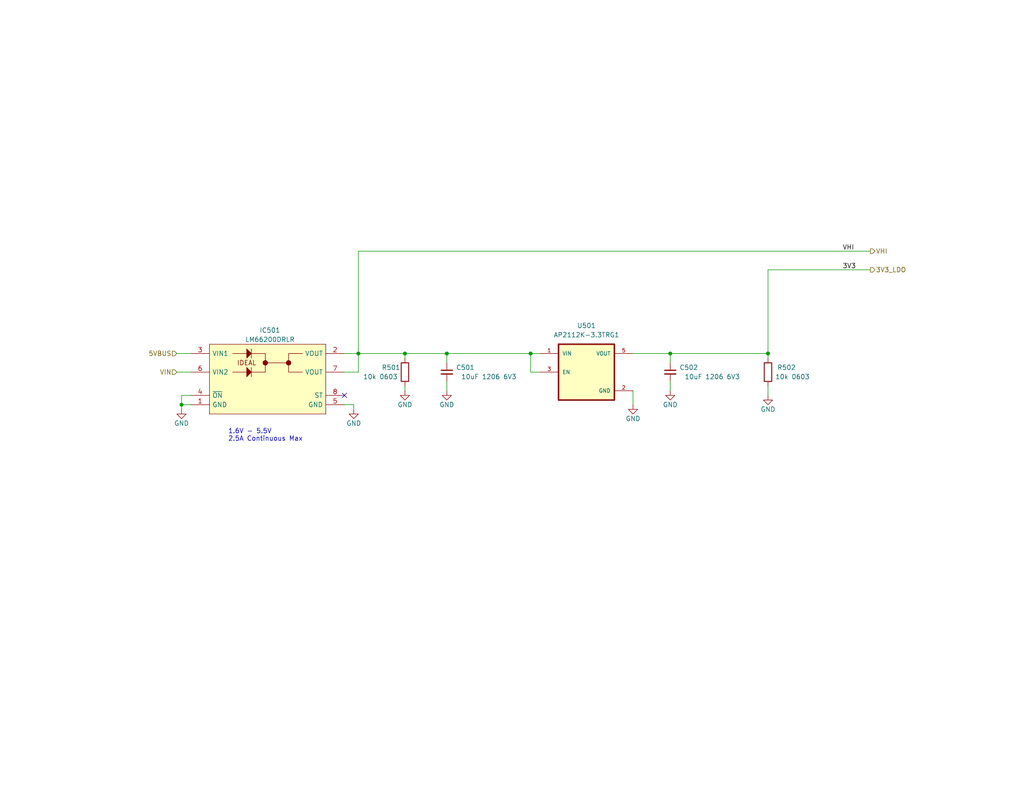
<source format=kicad_sch>
(kicad_sch (version 20230121) (generator eeschema)
  (paper "USLetter")
  (title_block (title "Raspberry Breadstick") (date "2024-02-10") (rev "1.0") (company "J & R Creative Technologies Inc.") (comment 1 "@RangenMichael") (comment 2 "https://twitter.com/RangenMichael") (comment 3 "Apache-2.0 License") (comment 4 "https://github.com/Breadstick-Innovations/Raspberry-Breadstick") (comment 5 "https://shop.breadstick.ca/"))
  (lib_symbols
    (symbol "AP2112K-3.3TRG1:AP2112K-3.3TRG1" (pin_names (offset 1.016))
      (property "Reference" "U" (at -7.663 8.6476 0))
      (property "Value" "AP2112K-3.3TRG1" (at -7.6489 -11.6507 0))
      (symbol "AP2112K-3.3TRG1_0_0"
        (rectangle (start -7.62 -7.62) (end 7.62 7.62) (stroke (width 0.41)) (fill (type background)))
        (pin power_in line (at -12.7 5.08 0) (length 5.08) (name "VIN") (number "1"))
        (pin power_in line (at 12.7 -5.08 180) (length 5.08) (name "GND") (number "2"))
        (pin input line (at -12.7 0 0) (length 5.08) (name "EN") (number "3"))
        (pin power_in line (at 12.7 5.08 180) (length 5.08) (name "VOUT") (number "5"))
      )
      (symbol "AP2112K-3.3TRG1_1_0"
        (pin no_connect line (at -12.7 -5.08 0) (length 5.08) hide (name "NC") (number "4"))
      )
    )
    (symbol "Device:C_Small" (pin_numbers hide) (pin_names (offset 0.254) hide)
      (property "Reference" "C" (at 0.254 1.778 0))
      (property "Value" "C_Small" (at 0.254 -2.032 0))
      (symbol "C_Small_0_1"
        (polyline (pts (xy -1.524 -0.508) (xy 1.524 -0.508)) (stroke (width 0.3302)))
        (polyline (pts (xy -1.524 0.508) (xy 1.524 0.508)) (stroke (width 0.3048)))
      )
      (symbol "C_Small_1_1"
        (pin passive line (at 0 2.54 270) (length 2.032) (name "~") (number "1"))
        (pin passive line (at 0 -2.54 90) (length 2.032) (name "~") (number "2"))
      )
    )
    (symbol "Device:R" (pin_numbers hide) (pin_names (offset 0))
      (property "Reference" "R" (at 2.032 0 90))
      (property "Value" "R" (at 0 0 90))
      (symbol "R_0_1"
        (rectangle (start -1.016 -2.54) (end 1.016 2.54) (stroke (width 0.254)))
      )
      (symbol "R_1_1"
        (pin passive line (at 0 3.81 270) (length 1.27) (name "~") (number "1"))
        (pin passive line (at 0 -3.81 90) (length 1.27) (name "~") (number "2"))
      )
    )
    (symbol "LM66200DRLR:LM66200DRLR" (pin_names (offset 0.762))
      (property "Reference" "IC" (at -8.89 13.97 0))
      (property "Value" "LM66200DRLR" (at -8.89 11.43 0))
      (symbol "LM66200DRLR_0_0"
        (text "IDEAL" (at -6.35 5.08 0) (effects (font (size 1.27 1.27))))
        (pin passive line (at -21.59 -6.35 0) (length 5.08) (name "GND") (number "1"))
        (pin passive line (at 20.32 7.62 180) (length 5.08) (name "VOUT") (number "2"))
        (pin passive line (at -21.59 7.62 0) (length 5.08) (name "VIN1") (number "3"))
        (pin passive line (at -21.59 -3.81 0) (length 5.08) (name "~{ON}") (number "4"))
        (pin passive line (at 20.32 -6.35 180) (length 5.08) (name "GND") (number "5"))
        (pin passive line (at -21.59 2.54 0) (length 5.08) (name "VIN2") (number "6"))
        (pin passive line (at 20.32 2.54 180) (length 5.08) (name "VOUT") (number "7"))
        (pin passive line (at 20.32 -3.81 180) (length 5.08) (name "ST") (number "8"))
      )
      (symbol "LM66200DRLR_0_1"
        (circle (center -1.27 5.08) (radius 0.635) (fill (type outline)))
        (polyline (pts (xy -10.16 2.54) (xy -1.27 2.54)))
        (polyline (pts (xy -10.16 7.62) (xy -1.27 7.62)))
        (polyline (pts (xy -5.08 3.81) (xy -5.08 1.27)))
        (polyline (pts (xy -5.08 8.89) (xy -5.08 6.35)))
        (polyline (pts (xy -1.27 5.08) (xy 5.08 5.08)))
        (polyline (pts (xy -1.27 7.62) (xy -1.27 2.54)))
        (polyline (pts (xy 5.08 5.08) (xy 5.08 2.54) (xy 8.89 2.54)))
        (polyline (pts (xy 5.08 5.08) (xy 5.08 7.62) (xy 8.89 7.62)))
        (polyline (pts (xy -5.08 2.54) (xy -6.35 1.27) (xy -6.35 3.81) (xy -5.08 2.54)) (fill (type outline)))
        (polyline (pts (xy -5.08 7.62) (xy -6.35 6.35) (xy -6.35 8.89) (xy -5.08 7.62)) (fill (type outline)))
        (polyline (pts (xy -16.51 10.16) (xy 15.24 10.16) (xy 15.24 -8.89) (xy -16.51 -8.89) (xy -16.51 10.16)) (stroke (width 0.1524)) (fill (type background)))
        (circle (center 5.08 5.08) (radius 0.635) (fill (type outline)))
      )
    )
    (symbol "power:GND" (power) (pin_names (offset 0))
      (property "Value" "GND" (at 0 -3.81 0))
      (symbol "GND_0_1"
        (polyline (pts (xy 0 0) (xy 0 -1.27) (xy 1.27 -1.27) (xy 0 -2.54) (xy -1.27 -1.27) (xy 0 -1.27)))
      )
      (symbol "GND_1_1"
        (pin power_in line (at 0 0 270) (length 0) hide (name "GND") (number "1"))
      )
    )
  )
  (junction (at 144.78 96.52))
  (junction (at 182.88 96.52))
  (junction (at 49.53 110.49))
  (junction (at 97.79 96.52))
  (junction (at 110.49 96.52))
  (junction (at 121.92 96.52))
  (junction (at 209.55 96.52))
  (no_connect (at 93.98 107.95))
  (wire (pts (xy 237.49 68.58) (xy 97.79 68.58)))
  (wire (pts (xy 49.53 107.95) (xy 49.53 110.49)))
  (wire (pts (xy 93.98 101.6) (xy 97.79 101.6)))
  (wire (pts (xy 172.72 106.68) (xy 172.72 110.49)))
  (wire (pts (xy 144.78 96.52) (xy 144.78 101.6)))
  (wire (pts (xy 237.49 73.66) (xy 209.55 73.66)))
  (wire (pts (xy 144.78 101.6) (xy 147.32 101.6)))
  (wire (pts (xy 182.88 96.52) (xy 182.88 99.06)))
  (wire (pts (xy 93.98 96.52) (xy 97.79 96.52)))
  (wire (pts (xy 209.55 96.52) (xy 209.55 97.79)))
  (wire (pts (xy 48.26 96.52) (xy 52.07 96.52)))
  (wire (pts (xy 49.53 110.49) (xy 49.53 111.76)))
  (wire (pts (xy 121.92 96.52) (xy 144.78 96.52)))
  (wire (pts (xy 209.55 105.41) (xy 209.55 107.95)))
  (wire (pts (xy 121.92 96.52) (xy 121.92 99.06)))
  (wire (pts (xy 172.72 96.52) (xy 182.88 96.52)))
  (wire (pts (xy 97.79 96.52) (xy 110.49 96.52)))
  (wire (pts (xy 52.07 107.95) (xy 49.53 107.95)))
  (wire (pts (xy 110.49 96.52) (xy 110.49 97.79)))
  (wire (pts (xy 121.92 104.14) (xy 121.92 106.68)))
  (wire (pts (xy 182.88 104.14) (xy 182.88 106.68)))
  (wire (pts (xy 93.98 110.49) (xy 96.52 110.49)))
  (wire (pts (xy 209.55 73.66) (xy 209.55 96.52)))
  (wire (pts (xy 52.07 110.49) (xy 49.53 110.49)))
  (wire (pts (xy 182.88 96.52) (xy 209.55 96.52)))
  (wire (pts (xy 97.79 68.58) (xy 97.79 96.52)))
  (wire (pts (xy 97.79 96.52) (xy 97.79 101.6)))
  (wire (pts (xy 110.49 96.52) (xy 121.92 96.52)))
  (wire (pts (xy 48.26 101.6) (xy 52.07 101.6)))
  (wire (pts (xy 144.78 96.52) (xy 147.32 96.52)))
  (wire (pts (xy 110.49 105.41) (xy 110.49 106.68)))
  (wire (pts (xy 96.52 110.49) (xy 96.52 111.76)))
  (text "1.6V - 5.5V\n2.5A Continuous Max" (at 62.23 120.65 0) (effects (font (size 1.27 1.27)) (justify left bottom)))
  (label "3V3" (at 229.87 73.66 0))
  (label "VHI" (at 229.87 68.58 0))
  (hierarchical_label "3V3_LDO" (shape output) (at 237.49 73.66 0))
  (hierarchical_label "VHI" (shape output) (at 237.49 68.58 0))
  (hierarchical_label "5VBUS" (shape input) (at 48.26 96.52 180))
  (hierarchical_label "VIN" (shape input) (at 48.26 101.6 180))
  (symbol (lib_id "Device:R") (at 209.55 101.6 180) (unit 1)
    (property "Reference" "R502" (at 217.17 100.33 0) (effects (justify left)))
    (property "Value" "10k 0603" (at 220.98 102.87 0) (effects (justify left)))
    (property "Footprint" "Resistor_SMD:R_0603_1608Metric" (effects hide))
    (property "Digikey" "311-10.0KHRCT-ND" (effects hide))
    (property "Manufacturer" "YAGEO" (effects hide))
    (property "Manufacturer_Part_Number" "RC0603FR-0710KL" (effects hide))
    (property "Mouser" "603-RC0603FR-0710KL" (effects hide))
    (property "Package" "0603" (effects hide))
  )
  (symbol (lib_id "power:GND") (at 209.55 107.95 0) (mirror y) (unit 1)
    (property "Reference" "#PWR0507" (effects hide))
    (property "Value" "GND" (at 209.55 111.76 0))
  )
  (symbol (lib_id "power:GND") (at 49.53 111.76 0) (unit 1)
    (property "Reference" "#PWR0501" (effects hide))
    (property "Value" "GND" (at 49.53 115.57 0))
  )
  (symbol (lib_id "LM66200DRLR:LM66200DRLR") (at 73.66 104.14 0) (unit 1)
    (property "Reference" "IC501" (at 73.66 90.17 0))
    (property "Value" "LM66200DRLR" (at 73.66 92.71 0))
    (property "Footprint" "LM66200DRLR:SOTFL50P160X60-8L" (effects hide))
    (property "Datasheet" "https://www.ti.com/lit/gpn/lm66200" (effects hide))
    (property "Description" "1.6-V to 5.5-V, 40-m, 2.5-A, low-IQ, dual ideal diode" (effects hide))
    (property "Height" "0.6" (effects hide))
    (property "Mouser Part Number" "595-LM66200DRLR" (effects hide))
    (property "Mouser Price/Stock" "https://www.mouser.co.uk/ProductDetail/Texas-Instruments/LM66200DRLR?qs=Rp5uXu7WBW90hnpZAkIOdQ%3D%3D" (effects hide))
    (property "Manufacturer_Name" "Texas Instruments" (effects hide))
    (property "Manufacturer_Part_Number" "LM66200DRLR" (effects hide))
    (property "Manufacturer" "Texas Instruments" (effects hide))
    (property "Digikey" "296-LM66200DRLRCT-ND" (effects hide))
    (property "Mouser" "595-LM66200DRLR" (effects hide))
    (property "Package" "SOT-583" (effects hide))
  )
  (symbol (lib_id "power:GND") (at 182.88 106.68 0) (unit 1)
    (property "Reference" "#PWR0506" (effects hide))
    (property "Value" "GND" (at 182.88 110.49 0))
  )
  (symbol (lib_id "power:GND") (at 110.49 106.68 0) (unit 1)
    (property "Reference" "#PWR0502" (effects hide))
    (property "Value" "GND" (at 110.49 110.49 0))
  )
  (symbol (lib_id "Device:C_Small") (at 121.92 101.6 0) (mirror y) (unit 1)
    (property "Reference" "C501" (at 129.54 100.33 0) (effects (justify left)))
    (property "Value" "10uF 1206 6V3" (at 140.97 102.87 0) (effects (justify left)))
    (property "Footprint" "Capacitor_SMD:C_1206_3216Metric" (effects hide))
    (property "Digikey" "1276-3107-1-ND" (effects hide))
    (property "Manufacturer" "Samsung Electro-Mechanics" (effects hide))
    (property "Manufacturer_Part_Number" "CL31B106KQHNFNE" (effects hide))
    (property "Mouser" "187-CL31B106KQHNFNE" (effects hide))
    (property "Package" "1206" (effects hide))
  )
  (symbol (lib_id "power:GND") (at 96.52 111.76 0) (mirror y) (unit 1)
    (property "Reference" "#PWR0503" (effects hide))
    (property "Value" "GND" (at 96.52 115.57 0))
  )
  (symbol (lib_id "AP2112K-3.3TRG1:AP2112K-3.3TRG1") (at 160.02 101.6 0) (unit 1)
    (property "Reference" "U501" (at 160.02 88.9 0))
    (property "Value" "AP2112K-3.3TRG1" (at 160.02 91.44 0))
    (property "Footprint" "AP2112K-3:SOT95P285X140-5N" (effects hide))
    (property "DigiKey_Part_Number" "AP2112K-3.3TRG1DITR-ND" (effects hide))
    (property "MF" "Diodes Inc." (effects hide))
    (property "Purchase-URL" "https://www.snapeda.com/api/url_track_click_mouser/?unipart_id=454988&manufacturer=Diodes Inc.&part_name=AP2112K-3.3TRG1&search_term=None" (effects hide))
    (property "Package" "SOT-753 Diodes Inc." (effects hide))
    (property "Check_prices" "https://www.snapeda.com/parts/AP2112K-3.3TRG1/Diodes+Inc./view-part/?ref=eda" (effects hide))
    (property "PARTREV" "2-2" (effects hide))
    (property "SnapEDA_Link" "https://www.snapeda.com/parts/AP2112K-3.3TRG1/Diodes+Inc./view-part/?ref=snap" (effects hide))
    (property "MP" "AP2112K-3.3TRG1" (effects hide))
    (property "Description" "\nVoltage Regulators, LDO, 600mA CMOS LDO 50mA 3.3V 250mV | Diodes Inc AP2112K-3.3TRG1\n" (effects hide))
    (property "MANUFACTURER" "Diodes Inc." (effects hide))
    (property "Digikey" "AP2112K-3.3TRG1DICT-ND" (effects hide))
    (property "Manufacturer" "Diodes Incorporated" (effects hide))
    (property "Manufacturer_Part_Number" "AP2112K-3.3TRG1" (effects hide))
    (property "Mouser" "621-AP2112K-3.3TRG1" (effects hide))
  )
  (symbol (lib_id "power:GND") (at 172.72 110.49 0) (unit 1)
    (property "Reference" "#PWR0505" (effects hide))
    (property "Value" "GND" (at 172.72 114.3 0))
  )
  (symbol (lib_id "Device:C_Small") (at 182.88 101.6 0) (mirror y) (unit 1)
    (property "Reference" "C502" (at 190.5 100.33 0) (effects (justify left)))
    (property "Value" "10uF 1206 6V3" (at 201.93 102.87 0) (effects (justify left)))
    (property "Footprint" "Capacitor_SMD:C_1206_3216Metric" (effects hide))
    (property "Digikey" "1276-3107-1-ND" (effects hide))
    (property "Manufacturer" "Samsung Electro-Mechanics" (effects hide))
    (property "Manufacturer_Part_Number" "CL31B106KQHNFNE" (effects hide))
    (property "Mouser" "187-CL31B106KQHNFNE" (effects hide))
    (property "Package" "1206" (effects hide))
  )
  (symbol (lib_id "Device:R") (at 110.49 101.6 0) (mirror x) (unit 1)
    (property "Reference" "R501" (at 104.14 100.33 0) (effects (justify left)))
    (property "Value" "10k 0603" (at 99.06 102.87 0) (effects (justify left)))
    (property "Footprint" "Resistor_SMD:R_0603_1608Metric" (effects hide))
    (property "Digikey" "311-10.0KHRCT-ND" (effects hide))
    (property "Manufacturer" "YAGEO" (effects hide))
    (property "Manufacturer_Part_Number" "RC0603FR-0710KL" (effects hide))
    (property "Mouser" "603-RC0603FR-0710KL" (effects hide))
    (property "Package" "0603" (effects hide))
  )
  (symbol (lib_id "power:GND") (at 121.92 106.68 0) (unit 1)
    (property "Reference" "#PWR0504" (effects hide))
    (property "Value" "GND" (at 121.92 110.49 0))
  )
)
</source>
